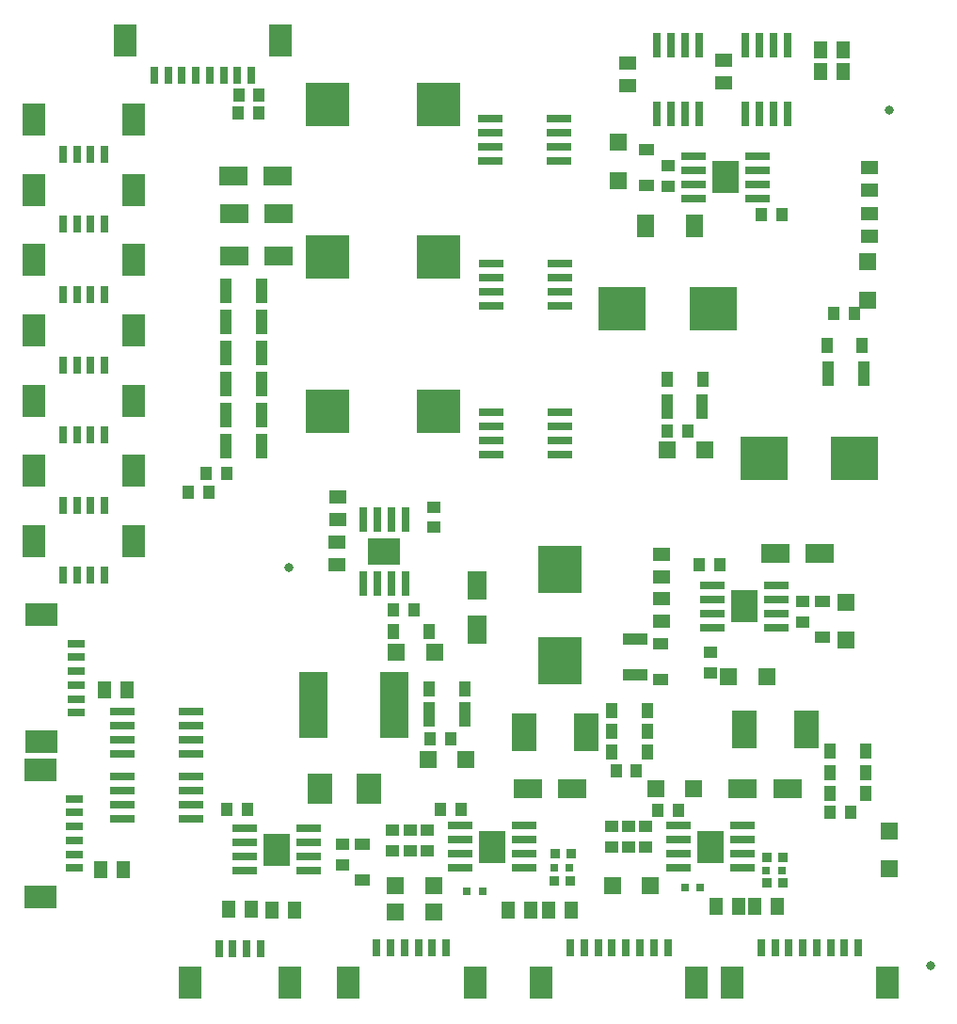
<source format=gtp>
G04*
G04 #@! TF.GenerationSoftware,Altium Limited,Altium Designer,18.1.7 (191)*
G04*
G04 Layer_Color=8421504*
%FSLAX25Y25*%
%MOIN*%
G70*
G01*
G75*
%ADD26R,0.16535X0.15748*%
%ADD27R,0.09803X0.11811*%
%ADD28R,0.08661X0.02756*%
%ADD29R,0.04331X0.05315*%
%ADD30R,0.15748X0.15748*%
%ADD31R,0.09843X0.06693*%
%ADD32R,0.04724X0.06000*%
%ADD33R,0.04134X0.04724*%
%ADD34R,0.05315X0.04331*%
%ADD35R,0.07874X0.11811*%
%ADD36R,0.03150X0.06299*%
%ADD37R,0.06000X0.06000*%
%ADD38R,0.08661X0.13780*%
%ADD39R,0.04724X0.04134*%
%ADD40R,0.06000X0.06000*%
%ADD41R,0.15748X0.16535*%
%ADD42R,0.06000X0.04724*%
%ADD43R,0.03150X0.03150*%
%ADD44R,0.04331X0.08661*%
%ADD45R,0.11811X0.09803*%
%ADD46R,0.02756X0.08661*%
%ADD47R,0.08661X0.04331*%
%ADD48R,0.08500X0.10799*%
%ADD49R,0.06299X0.08268*%
%ADD50R,0.11811X0.07874*%
%ADD51R,0.06299X0.03150*%
%ADD52R,0.03543X0.03543*%
%ADD53R,0.06693X0.09843*%
%ADD54R,0.10236X0.23622*%
%ADD55C,0.03200*%
D26*
X265220Y194434D02*
D03*
X297504D02*
D03*
X215063Y247308D02*
D03*
X247346D02*
D03*
D27*
X246500Y56855D02*
D03*
X92799Y55753D02*
D03*
X258432Y141934D02*
D03*
X251697Y293981D02*
D03*
X169098Y56855D02*
D03*
D28*
X235181Y64355D02*
D03*
Y59355D02*
D03*
Y54355D02*
D03*
Y49355D02*
D03*
X257819Y64355D02*
D03*
Y59355D02*
D03*
Y54355D02*
D03*
Y49355D02*
D03*
X168429Y314749D02*
D03*
Y309749D02*
D03*
Y304749D02*
D03*
Y299749D02*
D03*
X192858Y314749D02*
D03*
Y309749D02*
D03*
Y304749D02*
D03*
Y299749D02*
D03*
X168587Y263552D02*
D03*
Y258552D02*
D03*
Y253552D02*
D03*
Y248552D02*
D03*
X193016Y263552D02*
D03*
Y258552D02*
D03*
Y253552D02*
D03*
Y248552D02*
D03*
X81480Y63253D02*
D03*
Y58253D02*
D03*
Y53253D02*
D03*
Y48253D02*
D03*
X104118Y63253D02*
D03*
Y58253D02*
D03*
Y53253D02*
D03*
Y48253D02*
D03*
X247113Y149434D02*
D03*
Y144434D02*
D03*
Y139434D02*
D03*
Y134434D02*
D03*
X269751Y149434D02*
D03*
Y144434D02*
D03*
Y139434D02*
D03*
Y134434D02*
D03*
X168587Y210772D02*
D03*
Y205772D02*
D03*
Y200772D02*
D03*
Y195772D02*
D03*
X193016Y210772D02*
D03*
Y205772D02*
D03*
Y200772D02*
D03*
Y195772D02*
D03*
X263016Y286481D02*
D03*
Y291481D02*
D03*
Y296481D02*
D03*
Y301481D02*
D03*
X240378Y286481D02*
D03*
Y291481D02*
D03*
Y296481D02*
D03*
Y301481D02*
D03*
X62484Y66756D02*
D03*
Y71757D02*
D03*
Y76757D02*
D03*
Y81757D02*
D03*
X38055Y66756D02*
D03*
Y71757D02*
D03*
Y76757D02*
D03*
Y81757D02*
D03*
X62445Y89631D02*
D03*
Y94630D02*
D03*
Y99630D02*
D03*
Y104630D02*
D03*
X38016Y89631D02*
D03*
Y94630D02*
D03*
Y99630D02*
D03*
Y104630D02*
D03*
X157779Y64355D02*
D03*
Y59355D02*
D03*
Y54355D02*
D03*
Y49355D02*
D03*
X180417Y64355D02*
D03*
Y59355D02*
D03*
Y54355D02*
D03*
Y49355D02*
D03*
D29*
X231047Y222465D02*
D03*
X243646D02*
D03*
X301283Y90615D02*
D03*
X288685D02*
D03*
X287583Y234276D02*
D03*
X300181D02*
D03*
X223961Y90457D02*
D03*
X211362D02*
D03*
X146739Y133086D02*
D03*
X134141D02*
D03*
X301323Y83095D02*
D03*
X288724D02*
D03*
X146716Y112820D02*
D03*
X159315D02*
D03*
X301323Y75654D02*
D03*
X288724D02*
D03*
X223961Y97800D02*
D03*
X211362D02*
D03*
X223961Y105142D02*
D03*
X211362D02*
D03*
D30*
X110535Y210930D02*
D03*
X149905D02*
D03*
X110535Y319827D02*
D03*
X149905D02*
D03*
X110535Y265615D02*
D03*
X149905D02*
D03*
D31*
X269394Y160694D02*
D03*
X285142D02*
D03*
X77701Y281127D02*
D03*
X93449D02*
D03*
X77228Y294473D02*
D03*
X92976D02*
D03*
X181598Y77426D02*
D03*
X197346D02*
D03*
X257819D02*
D03*
X273567D02*
D03*
X77701Y266008D02*
D03*
X93449D02*
D03*
D32*
X38472Y48686D02*
D03*
X30472D02*
D03*
X83866Y34591D02*
D03*
X75866D02*
D03*
X285512Y331442D02*
D03*
X293512D02*
D03*
X174724Y34355D02*
D03*
X182724D02*
D03*
X31772Y112544D02*
D03*
X39772D02*
D03*
X99023Y34316D02*
D03*
X91023D02*
D03*
X261979Y35890D02*
D03*
X269979D02*
D03*
X189016Y34355D02*
D03*
X197016D02*
D03*
X248357Y35890D02*
D03*
X256357D02*
D03*
X285512Y339158D02*
D03*
X293512D02*
D03*
D33*
X86342Y316678D02*
D03*
X79059D02*
D03*
X86500Y323016D02*
D03*
X79216D02*
D03*
X212878Y83568D02*
D03*
X220161D02*
D03*
X82209Y70221D02*
D03*
X74925D02*
D03*
X150634Y70182D02*
D03*
X157917D02*
D03*
X231146Y204158D02*
D03*
X238429D02*
D03*
X249571Y156717D02*
D03*
X242287D02*
D03*
X147090Y95103D02*
D03*
X154374D02*
D03*
X264531Y280733D02*
D03*
X271815D02*
D03*
X288823Y69040D02*
D03*
X296106D02*
D03*
X134042Y140615D02*
D03*
X141326D02*
D03*
X297445Y245772D02*
D03*
X290161D02*
D03*
X75122Y189079D02*
D03*
X67839D02*
D03*
X68547Y182504D02*
D03*
X61264D02*
D03*
X227681Y69827D02*
D03*
X234964D02*
D03*
D34*
X228606Y128686D02*
D03*
Y116087D02*
D03*
X123016Y45103D02*
D03*
Y57701D02*
D03*
X286142Y130984D02*
D03*
Y143583D02*
D03*
X223606Y303725D02*
D03*
Y291127D02*
D03*
D35*
X39079Y342308D02*
D03*
X94000D02*
D03*
X6717Y165142D02*
D03*
X41953D02*
D03*
X6716Y239749D02*
D03*
X41952D02*
D03*
X241441Y8883D02*
D03*
X186520D02*
D03*
X6717Y190011D02*
D03*
X41953D02*
D03*
X6717Y214880D02*
D03*
X41953D02*
D03*
X309000Y8882D02*
D03*
X254079D02*
D03*
X6717Y264617D02*
D03*
X41953D02*
D03*
X6717Y289486D02*
D03*
X41953D02*
D03*
X6717Y314355D02*
D03*
X41953D02*
D03*
X61992Y8607D02*
D03*
X97228D02*
D03*
X117898Y8883D02*
D03*
X162976D02*
D03*
D36*
X78843Y330103D02*
D03*
X69000D02*
D03*
X59158D02*
D03*
X49315D02*
D03*
X83764D02*
D03*
X73921D02*
D03*
X64079D02*
D03*
X54236D02*
D03*
X26795Y152938D02*
D03*
X16953D02*
D03*
X31716D02*
D03*
X21874D02*
D03*
X26795Y227544D02*
D03*
X16952D02*
D03*
X31716D02*
D03*
X21874D02*
D03*
X201677Y21087D02*
D03*
X211520D02*
D03*
X221362D02*
D03*
X231205D02*
D03*
X196756D02*
D03*
X206598D02*
D03*
X216441D02*
D03*
X226283D02*
D03*
X26795Y177806D02*
D03*
X16953D02*
D03*
X31716D02*
D03*
X21874D02*
D03*
X26795Y202675D02*
D03*
X16953D02*
D03*
X31716D02*
D03*
X21874D02*
D03*
X269236Y21087D02*
D03*
X279079D02*
D03*
X288921D02*
D03*
X298764D02*
D03*
X264315D02*
D03*
X274158D02*
D03*
X284000D02*
D03*
X293843D02*
D03*
X26795Y252413D02*
D03*
X16953D02*
D03*
X31716D02*
D03*
X21874D02*
D03*
X26795Y277281D02*
D03*
X16953D02*
D03*
X31716D02*
D03*
X21874D02*
D03*
X26795Y302150D02*
D03*
X16953D02*
D03*
X31716D02*
D03*
X21874D02*
D03*
X82071Y20812D02*
D03*
X72228D02*
D03*
X86992D02*
D03*
X77149D02*
D03*
X147819Y21087D02*
D03*
X137976D02*
D03*
X128134D02*
D03*
X152740D02*
D03*
X142898D02*
D03*
X133055D02*
D03*
D37*
X148348Y33882D02*
D03*
X134848D02*
D03*
X148663Y125575D02*
D03*
X135163D02*
D03*
X227014Y77229D02*
D03*
X240514D02*
D03*
X231029Y197544D02*
D03*
X244529D02*
D03*
X266340Y117032D02*
D03*
X252840D02*
D03*
X225159Y42938D02*
D03*
X211659D02*
D03*
X148348D02*
D03*
X134848D02*
D03*
X146226Y87819D02*
D03*
X159726D02*
D03*
D38*
X258449Y98449D02*
D03*
X280496D02*
D03*
X180339Y97465D02*
D03*
X202386D02*
D03*
D39*
X148252Y169926D02*
D03*
Y177209D02*
D03*
X279197Y143745D02*
D03*
Y136461D02*
D03*
X146047Y62682D02*
D03*
Y55398D02*
D03*
X231205Y290634D02*
D03*
Y297918D02*
D03*
X246520Y118390D02*
D03*
Y125674D02*
D03*
X211362Y63981D02*
D03*
Y56697D02*
D03*
X217327D02*
D03*
Y63981D02*
D03*
X223291D02*
D03*
Y56697D02*
D03*
X139945Y62682D02*
D03*
Y55398D02*
D03*
X116086Y57741D02*
D03*
Y50457D02*
D03*
X133764Y55398D02*
D03*
Y62682D02*
D03*
D40*
X213803Y306262D02*
D03*
Y292762D02*
D03*
X294315Y130007D02*
D03*
Y143507D02*
D03*
X301953Y250558D02*
D03*
Y264058D02*
D03*
X309591Y62522D02*
D03*
Y49022D02*
D03*
D41*
X193094Y122701D02*
D03*
Y154985D02*
D03*
D42*
X251008Y327481D02*
D03*
Y335481D02*
D03*
X302819Y297512D02*
D03*
Y289512D02*
D03*
X228949Y160363D02*
D03*
Y152363D02*
D03*
X114276Y172796D02*
D03*
Y180796D02*
D03*
X114039Y156890D02*
D03*
Y164890D02*
D03*
X302819Y280938D02*
D03*
Y272938D02*
D03*
X216992Y326497D02*
D03*
Y334497D02*
D03*
X228949Y144694D02*
D03*
Y136694D02*
D03*
D43*
X196479Y49375D02*
D03*
X190979D02*
D03*
X271671Y48528D02*
D03*
X266171D02*
D03*
X165648Y40930D02*
D03*
X160148D02*
D03*
X242774Y42505D02*
D03*
X237274D02*
D03*
D44*
X87425Y231727D02*
D03*
X74827D02*
D03*
X87425Y242701D02*
D03*
X74827D02*
D03*
X243528Y212859D02*
D03*
X230929D02*
D03*
X288094Y224434D02*
D03*
X300693D02*
D03*
X87425Y209778D02*
D03*
X74827D02*
D03*
X87425Y220752D02*
D03*
X74827D02*
D03*
X159394Y103725D02*
D03*
X146795D02*
D03*
X87425Y253675D02*
D03*
X74827D02*
D03*
X87425Y198804D02*
D03*
X74827D02*
D03*
D45*
X130791Y161461D02*
D03*
D46*
X138291Y172780D02*
D03*
X133291D02*
D03*
X128291D02*
D03*
X123291D02*
D03*
X138291Y150142D02*
D03*
X133291D02*
D03*
X128291D02*
D03*
X123291D02*
D03*
X242425Y340753D02*
D03*
X237425D02*
D03*
X232425D02*
D03*
X227425D02*
D03*
X242425Y316323D02*
D03*
X237425D02*
D03*
X232425D02*
D03*
X227425D02*
D03*
X273803Y340753D02*
D03*
X268803D02*
D03*
X263803D02*
D03*
X258803D02*
D03*
X273803Y316323D02*
D03*
X268803D02*
D03*
X263803D02*
D03*
X258803D02*
D03*
D47*
X219551Y130260D02*
D03*
Y117662D02*
D03*
D48*
X108094Y77386D02*
D03*
X125496D02*
D03*
D49*
X223291Y276638D02*
D03*
X240614D02*
D03*
D50*
X9354Y94001D02*
D03*
Y139079D02*
D03*
X8921Y39040D02*
D03*
Y84119D02*
D03*
D51*
X21559Y123922D02*
D03*
Y114079D02*
D03*
Y104237D02*
D03*
Y128843D02*
D03*
Y119001D02*
D03*
Y109158D02*
D03*
X21126Y68961D02*
D03*
Y59119D02*
D03*
Y49276D02*
D03*
Y73883D02*
D03*
Y64040D02*
D03*
Y54198D02*
D03*
D52*
X266441Y53213D02*
D03*
X271953D02*
D03*
Y44040D02*
D03*
X266441D02*
D03*
X196559Y44867D02*
D03*
X191047D02*
D03*
X191362Y54276D02*
D03*
X196874D02*
D03*
D53*
X163685Y149473D02*
D03*
Y133725D02*
D03*
D54*
X105772Y107190D02*
D03*
X134272D02*
D03*
D55*
X96874Y155615D02*
D03*
X309787Y317623D02*
D03*
X324236Y14591D02*
D03*
M02*

</source>
